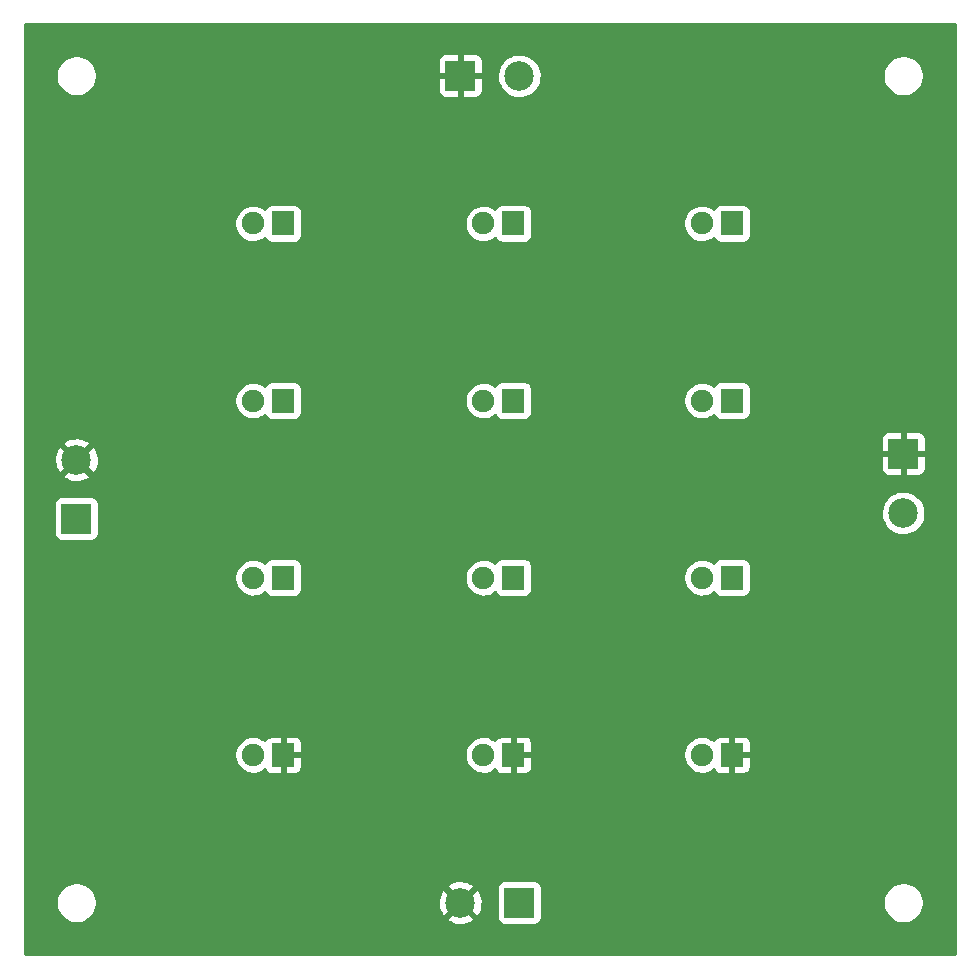
<source format=gbr>
G04 #@! TF.GenerationSoftware,KiCad,Pcbnew,6.0.0-unknown-b25ffc0~86~ubuntu16.04.1*
G04 #@! TF.CreationDate,2019-08-26T10:53:55-04:00*
G04 #@! TF.ProjectId,UV_Curing_Box,55565f43-7572-4696-9e67-5f426f782e6b,rev?*
G04 #@! TF.SameCoordinates,PX5f5e100PY68e7780*
G04 #@! TF.FileFunction,Copper,L2,Bot*
G04 #@! TF.FilePolarity,Positive*
%FSLAX46Y46*%
G04 Gerber Fmt 4.6, Leading zero omitted, Abs format (unit mm)*
G04 Created by KiCad (PCBNEW 6.0.0-unknown-b25ffc0~86~ubuntu16.04.1) date 2019-08-26 10:53:55*
%MOMM*%
%LPD*%
G04 APERTURE LIST*
%ADD10C,1.900000*%
%ADD11R,1.900000X2.000000*%
%ADD12C,2.500000*%
%ADD13R,2.500000X2.500000*%
%ADD14C,0.254000*%
G04 APERTURE END LIST*
D10*
X57960000Y17500000D03*
D11*
X60500000Y17500000D03*
D10*
X57960000Y32500000D03*
D11*
X60500000Y32500000D03*
D10*
X57960000Y47500000D03*
D11*
X60500000Y47500000D03*
D10*
X57960000Y62500000D03*
D11*
X60500000Y62500000D03*
D12*
X37500000Y5000000D03*
D13*
X42500000Y5000000D03*
D12*
X75000000Y38000000D03*
D13*
X75000000Y43000000D03*
D12*
X42500000Y75000000D03*
D13*
X37500000Y75000000D03*
D12*
X5000000Y42500000D03*
D13*
X5000000Y37500000D03*
D10*
X39460000Y17500000D03*
D11*
X42000000Y17500000D03*
D10*
X19960000Y17500000D03*
D11*
X22500000Y17500000D03*
D10*
X39460000Y32500000D03*
D11*
X42000000Y32500000D03*
D10*
X19960000Y32500000D03*
D11*
X22500000Y32500000D03*
D10*
X39460000Y47500000D03*
D11*
X42000000Y47500000D03*
D10*
X19960000Y47500000D03*
D11*
X22500000Y47500000D03*
D10*
X39460000Y62500000D03*
D11*
X42000000Y62500000D03*
D10*
X19960000Y62500000D03*
D11*
X22500000Y62500000D03*
D14*
G36*
X634000Y32408507D02*
G01*
X18373215Y32408507D01*
X18409465Y32150572D01*
X18487355Y31902021D01*
X18604796Y31669530D01*
X18758630Y31459341D01*
X18944729Y31277101D01*
X19158093Y31127701D01*
X19392993Y31015156D01*
X19643121Y30942487D01*
X19901757Y30911647D01*
X20161959Y30923462D01*
X20416737Y30977617D01*
X20659248Y31072656D01*
X20882982Y31206027D01*
X20964116Y31274591D01*
X20988795Y31182488D01*
X21136185Y31006835D01*
X21329814Y30895044D01*
X21538976Y30858163D01*
X23466588Y30858163D01*
X23767512Y30938795D01*
X23943165Y31086185D01*
X24054956Y31279814D01*
X24091837Y31488976D01*
X24091837Y32408507D01*
X37873215Y32408507D01*
X37909465Y32150572D01*
X37987355Y31902021D01*
X38104796Y31669530D01*
X38258630Y31459341D01*
X38444729Y31277101D01*
X38658093Y31127701D01*
X38892993Y31015156D01*
X39143121Y30942487D01*
X39401757Y30911647D01*
X39661959Y30923462D01*
X39916737Y30977617D01*
X40159248Y31072656D01*
X40382982Y31206027D01*
X40464116Y31274591D01*
X40488795Y31182488D01*
X40636185Y31006835D01*
X40829814Y30895044D01*
X41038976Y30858163D01*
X42966588Y30858163D01*
X43267512Y30938795D01*
X43443165Y31086185D01*
X43554956Y31279814D01*
X43591837Y31488976D01*
X43591837Y32408507D01*
X56373215Y32408507D01*
X56409465Y32150572D01*
X56487355Y31902021D01*
X56604796Y31669530D01*
X56758630Y31459341D01*
X56944729Y31277101D01*
X57158093Y31127701D01*
X57392993Y31015156D01*
X57643121Y30942487D01*
X57901757Y30911647D01*
X58161959Y30923462D01*
X58416737Y30977617D01*
X58659248Y31072656D01*
X58882982Y31206027D01*
X58964116Y31274591D01*
X58988795Y31182488D01*
X59136185Y31006835D01*
X59329814Y30895044D01*
X59538976Y30858163D01*
X61466588Y30858163D01*
X61767512Y30938795D01*
X61943165Y31086185D01*
X62054956Y31279814D01*
X62091837Y31488976D01*
X62091837Y33516588D01*
X62011205Y33817511D01*
X61863815Y33993165D01*
X61670186Y34104956D01*
X61461024Y34141837D01*
X59533412Y34141837D01*
X59232489Y34061205D01*
X59056835Y33913815D01*
X58955251Y33737866D01*
X58945090Y33747341D01*
X58728139Y33891482D01*
X58490560Y33998255D01*
X58238732Y34064790D01*
X57979418Y34089303D01*
X57719583Y34071133D01*
X57466205Y34010770D01*
X57226087Y33909833D01*
X57005680Y33771035D01*
X56810901Y33598103D01*
X56646981Y33395680D01*
X56518325Y33169203D01*
X56428386Y32924754D01*
X56379579Y32668899D01*
X56373215Y32408507D01*
X43591837Y32408507D01*
X43591837Y33516588D01*
X43511205Y33817511D01*
X43363815Y33993165D01*
X43170186Y34104956D01*
X42961024Y34141837D01*
X41033412Y34141837D01*
X40732489Y34061205D01*
X40556835Y33913815D01*
X40455251Y33737866D01*
X40445090Y33747341D01*
X40228139Y33891482D01*
X39990560Y33998255D01*
X39738732Y34064790D01*
X39479418Y34089303D01*
X39219583Y34071133D01*
X38966205Y34010770D01*
X38726087Y33909833D01*
X38505680Y33771035D01*
X38310901Y33598103D01*
X38146981Y33395680D01*
X38018325Y33169203D01*
X37928386Y32924754D01*
X37879579Y32668899D01*
X37873215Y32408507D01*
X24091837Y32408507D01*
X24091837Y33516588D01*
X24011205Y33817511D01*
X23863815Y33993165D01*
X23670186Y34104956D01*
X23461024Y34141837D01*
X21533412Y34141837D01*
X21232489Y34061205D01*
X21056835Y33913815D01*
X20955251Y33737866D01*
X20945090Y33747341D01*
X20728139Y33891482D01*
X20490560Y33998255D01*
X20238732Y34064790D01*
X19979418Y34089303D01*
X19719583Y34071133D01*
X19466205Y34010770D01*
X19226087Y33909833D01*
X19005680Y33771035D01*
X18810901Y33598103D01*
X18646981Y33395680D01*
X18518325Y33169203D01*
X18428386Y32924754D01*
X18379579Y32668899D01*
X18373215Y32408507D01*
X634000Y32408507D01*
X634000Y38761024D01*
X3108163Y38761024D01*
X3108163Y36233412D01*
X3188795Y35932488D01*
X3336185Y35756835D01*
X3529814Y35645044D01*
X3738976Y35608163D01*
X6266588Y35608163D01*
X6567512Y35688795D01*
X6743165Y35836185D01*
X6854956Y36029814D01*
X6891837Y36238976D01*
X6891837Y37911003D01*
X73112821Y37911003D01*
X73146705Y37633038D01*
X73221302Y37363134D01*
X73334975Y37107222D01*
X73485224Y36870921D01*
X73668751Y36659424D01*
X73881524Y36477379D01*
X74118866Y36328782D01*
X74375567Y36216899D01*
X74645985Y36144188D01*
X74924179Y36112245D01*
X75204041Y36121774D01*
X75479419Y36172564D01*
X75744265Y36263500D01*
X75992761Y36392582D01*
X76219448Y36556978D01*
X76419345Y36753074D01*
X76588062Y36976564D01*
X76721892Y37222535D01*
X76817896Y37485587D01*
X76874295Y37761566D01*
X76884447Y38136725D01*
X76843054Y38415350D01*
X76761418Y38683208D01*
X76641085Y38936058D01*
X76484701Y39168344D01*
X76295700Y39374964D01*
X76078235Y39551378D01*
X75837084Y39693711D01*
X75577543Y39798836D01*
X75305314Y39864444D01*
X75026378Y39889092D01*
X74746863Y39872241D01*
X74472908Y39814261D01*
X74210533Y39716423D01*
X73965502Y39580879D01*
X73743196Y39410606D01*
X73548500Y39209344D01*
X73385691Y38981515D01*
X73258346Y38732124D01*
X73169261Y38466650D01*
X73120395Y38190923D01*
X73112821Y37911003D01*
X6891837Y37911003D01*
X6891837Y38766588D01*
X6811205Y39067511D01*
X6663815Y39243165D01*
X6470186Y39354956D01*
X6261024Y39391837D01*
X3733412Y39391837D01*
X3432489Y39311205D01*
X3256835Y39163815D01*
X3145044Y38970186D01*
X3108163Y38761024D01*
X634000Y38761024D01*
X634000Y41080263D01*
X3761282Y41080263D01*
X3881522Y40977380D01*
X4118866Y40828782D01*
X4375567Y40716899D01*
X4645985Y40644188D01*
X4924179Y40612245D01*
X5204041Y40621774D01*
X5479419Y40672564D01*
X5744265Y40763500D01*
X5992761Y40892582D01*
X6244114Y41074867D01*
X5000000Y42318981D01*
X3761282Y41080263D01*
X634000Y41080263D01*
X634000Y42411003D01*
X3112821Y42411003D01*
X3146705Y42133038D01*
X3221302Y41863134D01*
X3334975Y41607222D01*
X3485227Y41370916D01*
X3580326Y41261345D01*
X4818981Y42500000D01*
X5181019Y42500000D01*
X6423045Y41257974D01*
X6588063Y41476564D01*
X6721892Y41722535D01*
X6817896Y41985587D01*
X6874295Y42261566D01*
X6884447Y42636725D01*
X6849495Y42872000D01*
X73108163Y42872000D01*
X73108163Y41733412D01*
X73188795Y41432488D01*
X73336185Y41256835D01*
X73529814Y41145044D01*
X73738976Y41108163D01*
X74872000Y41108163D01*
X74872000Y42872000D01*
X75128000Y42872000D01*
X75128000Y41108163D01*
X76266588Y41108163D01*
X76567512Y41188795D01*
X76743165Y41336185D01*
X76854956Y41529814D01*
X76891837Y41738976D01*
X76891837Y42872000D01*
X75128000Y42872000D01*
X74872000Y42872000D01*
X73108163Y42872000D01*
X6849495Y42872000D01*
X6843054Y42915350D01*
X6761418Y43183208D01*
X6641085Y43436058D01*
X6430247Y43749228D01*
X5181019Y42500000D01*
X4818981Y42500000D01*
X3573981Y43745000D01*
X3385691Y43481515D01*
X3258346Y43232124D01*
X3169261Y42966650D01*
X3120395Y42690923D01*
X3112821Y42411003D01*
X634000Y42411003D01*
X634000Y43922411D01*
X3758608Y43922411D01*
X5000000Y42681019D01*
X6239521Y43920540D01*
X6078235Y44051378D01*
X5837084Y44193711D01*
X5670897Y44261024D01*
X73108163Y44261024D01*
X73108163Y43128000D01*
X74872000Y43128000D01*
X74872000Y44891837D01*
X75128000Y44891837D01*
X75128000Y43128000D01*
X76891837Y43128000D01*
X76891837Y44266588D01*
X76811205Y44567511D01*
X76663815Y44743165D01*
X76470186Y44854956D01*
X76261024Y44891837D01*
X75128000Y44891837D01*
X74872000Y44891837D01*
X73733412Y44891837D01*
X73432489Y44811205D01*
X73256835Y44663815D01*
X73145044Y44470186D01*
X73108163Y44261024D01*
X5670897Y44261024D01*
X5577543Y44298836D01*
X5305314Y44364444D01*
X5026378Y44389092D01*
X4746863Y44372241D01*
X4472908Y44314261D01*
X4210533Y44216423D01*
X3965502Y44080879D01*
X3758608Y43922411D01*
X634000Y43922411D01*
X634000Y47408507D01*
X18373215Y47408507D01*
X18409465Y47150572D01*
X18487355Y46902021D01*
X18604796Y46669530D01*
X18758630Y46459341D01*
X18944729Y46277101D01*
X19158093Y46127701D01*
X19392993Y46015156D01*
X19643121Y45942487D01*
X19901757Y45911647D01*
X20161959Y45923462D01*
X20416737Y45977617D01*
X20659248Y46072656D01*
X20882982Y46206027D01*
X20964116Y46274591D01*
X20988795Y46182488D01*
X21136185Y46006835D01*
X21329814Y45895044D01*
X21538976Y45858163D01*
X23466588Y45858163D01*
X23767512Y45938795D01*
X23943165Y46086185D01*
X24054956Y46279814D01*
X24091837Y46488976D01*
X24091837Y47408507D01*
X37873215Y47408507D01*
X37909465Y47150572D01*
X37987355Y46902021D01*
X38104796Y46669530D01*
X38258630Y46459341D01*
X38444729Y46277101D01*
X38658093Y46127701D01*
X38892993Y46015156D01*
X39143121Y45942487D01*
X39401757Y45911647D01*
X39661959Y45923462D01*
X39916737Y45977617D01*
X40159248Y46072656D01*
X40382982Y46206027D01*
X40464116Y46274591D01*
X40488795Y46182488D01*
X40636185Y46006835D01*
X40829814Y45895044D01*
X41038976Y45858163D01*
X42966588Y45858163D01*
X43267512Y45938795D01*
X43443165Y46086185D01*
X43554956Y46279814D01*
X43591837Y46488976D01*
X43591837Y47408507D01*
X56373215Y47408507D01*
X56409465Y47150572D01*
X56487355Y46902021D01*
X56604796Y46669530D01*
X56758630Y46459341D01*
X56944729Y46277101D01*
X57158093Y46127701D01*
X57392993Y46015156D01*
X57643121Y45942487D01*
X57901757Y45911647D01*
X58161959Y45923462D01*
X58416737Y45977617D01*
X58659248Y46072656D01*
X58882982Y46206027D01*
X58964116Y46274591D01*
X58988795Y46182488D01*
X59136185Y46006835D01*
X59329814Y45895044D01*
X59538976Y45858163D01*
X61466588Y45858163D01*
X61767512Y45938795D01*
X61943165Y46086185D01*
X62054956Y46279814D01*
X62091837Y46488976D01*
X62091837Y48516588D01*
X62011205Y48817511D01*
X61863815Y48993165D01*
X61670186Y49104956D01*
X61461024Y49141837D01*
X59533412Y49141837D01*
X59232489Y49061205D01*
X59056835Y48913815D01*
X58955251Y48737866D01*
X58945090Y48747341D01*
X58728139Y48891482D01*
X58490560Y48998255D01*
X58238732Y49064790D01*
X57979418Y49089303D01*
X57719583Y49071133D01*
X57466205Y49010770D01*
X57226087Y48909833D01*
X57005680Y48771035D01*
X56810901Y48598103D01*
X56646981Y48395680D01*
X56518325Y48169203D01*
X56428386Y47924754D01*
X56379579Y47668899D01*
X56373215Y47408507D01*
X43591837Y47408507D01*
X43591837Y48516588D01*
X43511205Y48817511D01*
X43363815Y48993165D01*
X43170186Y49104956D01*
X42961024Y49141837D01*
X41033412Y49141837D01*
X40732489Y49061205D01*
X40556835Y48913815D01*
X40455251Y48737866D01*
X40445090Y48747341D01*
X40228139Y48891482D01*
X39990560Y48998255D01*
X39738732Y49064790D01*
X39479418Y49089303D01*
X39219583Y49071133D01*
X38966205Y49010770D01*
X38726087Y48909833D01*
X38505680Y48771035D01*
X38310901Y48598103D01*
X38146981Y48395680D01*
X38018325Y48169203D01*
X37928386Y47924754D01*
X37879579Y47668899D01*
X37873215Y47408507D01*
X24091837Y47408507D01*
X24091837Y48516588D01*
X24011205Y48817511D01*
X23863815Y48993165D01*
X23670186Y49104956D01*
X23461024Y49141837D01*
X21533412Y49141837D01*
X21232489Y49061205D01*
X21056835Y48913815D01*
X20955251Y48737866D01*
X20945090Y48747341D01*
X20728139Y48891482D01*
X20490560Y48998255D01*
X20238732Y49064790D01*
X19979418Y49089303D01*
X19719583Y49071133D01*
X19466205Y49010770D01*
X19226087Y48909833D01*
X19005680Y48771035D01*
X18810901Y48598103D01*
X18646981Y48395680D01*
X18518325Y48169203D01*
X18428386Y47924754D01*
X18379579Y47668899D01*
X18373215Y47408507D01*
X634000Y47408507D01*
X634000Y62408507D01*
X18373215Y62408507D01*
X18409465Y62150572D01*
X18487355Y61902021D01*
X18604796Y61669530D01*
X18758630Y61459341D01*
X18944729Y61277101D01*
X19158093Y61127701D01*
X19392993Y61015156D01*
X19643121Y60942487D01*
X19901757Y60911647D01*
X20161959Y60923462D01*
X20416737Y60977617D01*
X20659248Y61072656D01*
X20882982Y61206027D01*
X20964116Y61274591D01*
X20988795Y61182488D01*
X21136185Y61006835D01*
X21329814Y60895044D01*
X21538976Y60858163D01*
X23466588Y60858163D01*
X23767512Y60938795D01*
X23943165Y61086185D01*
X24054956Y61279814D01*
X24091837Y61488976D01*
X24091837Y62408507D01*
X37873215Y62408507D01*
X37909465Y62150572D01*
X37987355Y61902021D01*
X38104796Y61669530D01*
X38258630Y61459341D01*
X38444729Y61277101D01*
X38658093Y61127701D01*
X38892993Y61015156D01*
X39143121Y60942487D01*
X39401757Y60911647D01*
X39661959Y60923462D01*
X39916737Y60977617D01*
X40159248Y61072656D01*
X40382982Y61206027D01*
X40464116Y61274591D01*
X40488795Y61182488D01*
X40636185Y61006835D01*
X40829814Y60895044D01*
X41038976Y60858163D01*
X42966588Y60858163D01*
X43267512Y60938795D01*
X43443165Y61086185D01*
X43554956Y61279814D01*
X43591837Y61488976D01*
X43591837Y62408507D01*
X56373215Y62408507D01*
X56409465Y62150572D01*
X56487355Y61902021D01*
X56604796Y61669530D01*
X56758630Y61459341D01*
X56944729Y61277101D01*
X57158093Y61127701D01*
X57392993Y61015156D01*
X57643121Y60942487D01*
X57901757Y60911647D01*
X58161959Y60923462D01*
X58416737Y60977617D01*
X58659248Y61072656D01*
X58882982Y61206027D01*
X58964116Y61274591D01*
X58988795Y61182488D01*
X59136185Y61006835D01*
X59329814Y60895044D01*
X59538976Y60858163D01*
X61466588Y60858163D01*
X61767512Y60938795D01*
X61943165Y61086185D01*
X62054956Y61279814D01*
X62091837Y61488976D01*
X62091837Y63516588D01*
X62011205Y63817511D01*
X61863815Y63993165D01*
X61670186Y64104956D01*
X61461024Y64141837D01*
X59533412Y64141837D01*
X59232489Y64061205D01*
X59056835Y63913815D01*
X58955251Y63737866D01*
X58945090Y63747341D01*
X58728139Y63891482D01*
X58490560Y63998255D01*
X58238732Y64064790D01*
X57979418Y64089303D01*
X57719583Y64071133D01*
X57466205Y64010770D01*
X57226087Y63909833D01*
X57005680Y63771035D01*
X56810901Y63598103D01*
X56646981Y63395680D01*
X56518325Y63169203D01*
X56428386Y62924754D01*
X56379579Y62668899D01*
X56373215Y62408507D01*
X43591837Y62408507D01*
X43591837Y63516588D01*
X43511205Y63817511D01*
X43363815Y63993165D01*
X43170186Y64104956D01*
X42961024Y64141837D01*
X41033412Y64141837D01*
X40732489Y64061205D01*
X40556835Y63913815D01*
X40455251Y63737866D01*
X40445090Y63747341D01*
X40228139Y63891482D01*
X39990560Y63998255D01*
X39738732Y64064790D01*
X39479418Y64089303D01*
X39219583Y64071133D01*
X38966205Y64010770D01*
X38726087Y63909833D01*
X38505680Y63771035D01*
X38310901Y63598103D01*
X38146981Y63395680D01*
X38018325Y63169203D01*
X37928386Y62924754D01*
X37879579Y62668899D01*
X37873215Y62408507D01*
X24091837Y62408507D01*
X24091837Y63516588D01*
X24011205Y63817511D01*
X23863815Y63993165D01*
X23670186Y64104956D01*
X23461024Y64141837D01*
X21533412Y64141837D01*
X21232489Y64061205D01*
X21056835Y63913815D01*
X20955251Y63737866D01*
X20945090Y63747341D01*
X20728139Y63891482D01*
X20490560Y63998255D01*
X20238732Y64064790D01*
X19979418Y64089303D01*
X19719583Y64071133D01*
X19466205Y64010770D01*
X19226087Y63909833D01*
X19005680Y63771035D01*
X18810901Y63598103D01*
X18646981Y63395680D01*
X18518325Y63169203D01*
X18428386Y62924754D01*
X18379579Y62668899D01*
X18373215Y62408507D01*
X634000Y62408507D01*
X634000Y75136469D01*
X3266000Y75136469D01*
X3266000Y74863531D01*
X3308698Y74593954D01*
X3393039Y74334375D01*
X3516950Y74091186D01*
X3677379Y73870375D01*
X3870375Y73677379D01*
X4091186Y73516950D01*
X4334375Y73393039D01*
X4593954Y73308698D01*
X4863531Y73266000D01*
X5136469Y73266000D01*
X5406046Y73308698D01*
X5665625Y73393039D01*
X5908814Y73516950D01*
X6129625Y73677379D01*
X6322621Y73870375D01*
X6483050Y74091186D01*
X6606961Y74334375D01*
X6691302Y74593954D01*
X6734000Y74863531D01*
X6734000Y74872000D01*
X35608163Y74872000D01*
X35608163Y73733412D01*
X35688795Y73432488D01*
X35836185Y73256835D01*
X36029814Y73145044D01*
X36238976Y73108163D01*
X37372000Y73108163D01*
X37372000Y74872000D01*
X37628000Y74872000D01*
X37628000Y73108163D01*
X38766588Y73108163D01*
X39067512Y73188795D01*
X39243165Y73336185D01*
X39354956Y73529814D01*
X39391837Y73738976D01*
X39391837Y74872000D01*
X37628000Y74872000D01*
X37372000Y74872000D01*
X35608163Y74872000D01*
X6734000Y74872000D01*
X6734000Y74911003D01*
X40612821Y74911003D01*
X40646705Y74633038D01*
X40721302Y74363134D01*
X40834975Y74107222D01*
X40985224Y73870921D01*
X41168751Y73659424D01*
X41381524Y73477379D01*
X41618866Y73328782D01*
X41875567Y73216899D01*
X42145985Y73144188D01*
X42424179Y73112245D01*
X42704041Y73121774D01*
X42979419Y73172564D01*
X43244265Y73263500D01*
X43492761Y73392582D01*
X43719448Y73556978D01*
X43919345Y73753074D01*
X44088062Y73976564D01*
X44221892Y74222535D01*
X44317896Y74485587D01*
X44374295Y74761566D01*
X44384440Y75136469D01*
X73266000Y75136469D01*
X73266000Y74863531D01*
X73308698Y74593954D01*
X73393039Y74334375D01*
X73516950Y74091186D01*
X73677379Y73870375D01*
X73870375Y73677379D01*
X74091186Y73516950D01*
X74334375Y73393039D01*
X74593954Y73308698D01*
X74863531Y73266000D01*
X75136469Y73266000D01*
X75406046Y73308698D01*
X75665625Y73393039D01*
X75908814Y73516950D01*
X76129625Y73677379D01*
X76322621Y73870375D01*
X76483050Y74091186D01*
X76606961Y74334375D01*
X76691302Y74593954D01*
X76734000Y74863531D01*
X76734000Y75136469D01*
X76691302Y75406046D01*
X76606961Y75665625D01*
X76483050Y75908814D01*
X76322621Y76129625D01*
X76129625Y76322621D01*
X75908814Y76483050D01*
X75665625Y76606961D01*
X75406046Y76691302D01*
X75136469Y76734000D01*
X74863531Y76734000D01*
X74593954Y76691302D01*
X74334375Y76606961D01*
X74091186Y76483050D01*
X73870375Y76322621D01*
X73677379Y76129625D01*
X73516950Y75908814D01*
X73393039Y75665625D01*
X73308698Y75406046D01*
X73266000Y75136469D01*
X44384440Y75136469D01*
X44384447Y75136725D01*
X44343054Y75415350D01*
X44261418Y75683208D01*
X44141085Y75936058D01*
X43984701Y76168344D01*
X43795700Y76374964D01*
X43578235Y76551378D01*
X43337084Y76693711D01*
X43077543Y76798836D01*
X42805314Y76864444D01*
X42526378Y76889092D01*
X42246863Y76872241D01*
X41972908Y76814261D01*
X41710533Y76716423D01*
X41465502Y76580879D01*
X41243196Y76410606D01*
X41048500Y76209344D01*
X40885691Y75981515D01*
X40758346Y75732124D01*
X40669261Y75466650D01*
X40620395Y75190923D01*
X40612821Y74911003D01*
X6734000Y74911003D01*
X6734000Y75136469D01*
X6691302Y75406046D01*
X6606961Y75665625D01*
X6483050Y75908814D01*
X6322621Y76129625D01*
X6191222Y76261024D01*
X35608163Y76261024D01*
X35608163Y75128000D01*
X37372000Y75128000D01*
X37372000Y76891837D01*
X37628000Y76891837D01*
X37628000Y75128000D01*
X39391837Y75128000D01*
X39391837Y76266588D01*
X39311205Y76567511D01*
X39163815Y76743165D01*
X38970186Y76854956D01*
X38761024Y76891837D01*
X37628000Y76891837D01*
X37372000Y76891837D01*
X36233412Y76891837D01*
X35932489Y76811205D01*
X35756835Y76663815D01*
X35645044Y76470186D01*
X35608163Y76261024D01*
X6191222Y76261024D01*
X6129625Y76322621D01*
X5908814Y76483050D01*
X5665625Y76606961D01*
X5406046Y76691302D01*
X5136469Y76734000D01*
X4863531Y76734000D01*
X4593954Y76691302D01*
X4334375Y76606961D01*
X4091186Y76483050D01*
X3870375Y76322621D01*
X3677379Y76129625D01*
X3516950Y75908814D01*
X3393039Y75665625D01*
X3308698Y75406046D01*
X3266000Y75136469D01*
X634000Y75136469D01*
X634000Y79366000D01*
X79366001Y79366000D01*
X79366000Y634000D01*
X634000Y634000D01*
X634000Y5136469D01*
X3266000Y5136469D01*
X3266000Y4863531D01*
X3308698Y4593954D01*
X3393039Y4334375D01*
X3516950Y4091186D01*
X3677379Y3870375D01*
X3870375Y3677379D01*
X4091186Y3516950D01*
X4334375Y3393039D01*
X4593954Y3308698D01*
X4863531Y3266000D01*
X5136469Y3266000D01*
X5406046Y3308698D01*
X5665625Y3393039D01*
X5908814Y3516950D01*
X5995956Y3580263D01*
X36261282Y3580263D01*
X36381522Y3477380D01*
X36618866Y3328782D01*
X36875567Y3216899D01*
X37145985Y3144188D01*
X37424179Y3112245D01*
X37704041Y3121774D01*
X37979419Y3172564D01*
X38244265Y3263500D01*
X38492761Y3392582D01*
X38744114Y3574867D01*
X37500000Y4818981D01*
X36261282Y3580263D01*
X5995956Y3580263D01*
X6129625Y3677379D01*
X6322621Y3870375D01*
X6483050Y4091186D01*
X6606961Y4334375D01*
X6691302Y4593954D01*
X6734000Y4863531D01*
X6734000Y4911003D01*
X35612821Y4911003D01*
X35646705Y4633038D01*
X35721302Y4363134D01*
X35834975Y4107222D01*
X35985227Y3870916D01*
X36080326Y3761345D01*
X37318981Y5000000D01*
X37681019Y5000000D01*
X38923045Y3757974D01*
X39088063Y3976564D01*
X39221892Y4222535D01*
X39317896Y4485587D01*
X39374295Y4761566D01*
X39384447Y5136725D01*
X39343054Y5415350D01*
X39261418Y5683208D01*
X39141085Y5936058D01*
X38930247Y6249228D01*
X37681019Y5000000D01*
X37318981Y5000000D01*
X36073981Y6245000D01*
X35885691Y5981515D01*
X35758346Y5732124D01*
X35669261Y5466650D01*
X35620395Y5190923D01*
X35612821Y4911003D01*
X6734000Y4911003D01*
X6734000Y5136469D01*
X6691302Y5406046D01*
X6606961Y5665625D01*
X6483050Y5908814D01*
X6322621Y6129625D01*
X6129625Y6322621D01*
X5992277Y6422411D01*
X36258608Y6422411D01*
X37500000Y5181019D01*
X38580005Y6261024D01*
X40608163Y6261024D01*
X40608163Y3733412D01*
X40688795Y3432488D01*
X40836185Y3256835D01*
X41029814Y3145044D01*
X41238976Y3108163D01*
X43766588Y3108163D01*
X44067512Y3188795D01*
X44243165Y3336185D01*
X44354956Y3529814D01*
X44391837Y3738976D01*
X44391837Y5136469D01*
X73266000Y5136469D01*
X73266000Y4863531D01*
X73308698Y4593954D01*
X73393039Y4334375D01*
X73516950Y4091186D01*
X73677379Y3870375D01*
X73870375Y3677379D01*
X74091186Y3516950D01*
X74334375Y3393039D01*
X74593954Y3308698D01*
X74863531Y3266000D01*
X75136469Y3266000D01*
X75406046Y3308698D01*
X75665625Y3393039D01*
X75908814Y3516950D01*
X76129625Y3677379D01*
X76322621Y3870375D01*
X76483050Y4091186D01*
X76606961Y4334375D01*
X76691302Y4593954D01*
X76734000Y4863531D01*
X76734000Y5136469D01*
X76691302Y5406046D01*
X76606961Y5665625D01*
X76483050Y5908814D01*
X76322621Y6129625D01*
X76129625Y6322621D01*
X75908814Y6483050D01*
X75665625Y6606961D01*
X75406046Y6691302D01*
X75136469Y6734000D01*
X74863531Y6734000D01*
X74593954Y6691302D01*
X74334375Y6606961D01*
X74091186Y6483050D01*
X73870375Y6322621D01*
X73677379Y6129625D01*
X73516950Y5908814D01*
X73393039Y5665625D01*
X73308698Y5406046D01*
X73266000Y5136469D01*
X44391837Y5136469D01*
X44391837Y6266588D01*
X44311205Y6567511D01*
X44163815Y6743165D01*
X43970186Y6854956D01*
X43761024Y6891837D01*
X41233412Y6891837D01*
X40932489Y6811205D01*
X40756835Y6663815D01*
X40645044Y6470186D01*
X40608163Y6261024D01*
X38580005Y6261024D01*
X38739521Y6420540D01*
X38578235Y6551378D01*
X38337084Y6693711D01*
X38077543Y6798836D01*
X37805314Y6864444D01*
X37526378Y6889092D01*
X37246863Y6872241D01*
X36972908Y6814261D01*
X36710533Y6716423D01*
X36465502Y6580879D01*
X36258608Y6422411D01*
X5992277Y6422411D01*
X5908814Y6483050D01*
X5665625Y6606961D01*
X5406046Y6691302D01*
X5136469Y6734000D01*
X4863531Y6734000D01*
X4593954Y6691302D01*
X4334375Y6606961D01*
X4091186Y6483050D01*
X3870375Y6322621D01*
X3677379Y6129625D01*
X3516950Y5908814D01*
X3393039Y5665625D01*
X3308698Y5406046D01*
X3266000Y5136469D01*
X634000Y5136469D01*
X634000Y17408507D01*
X18373215Y17408507D01*
X18409465Y17150572D01*
X18487355Y16902021D01*
X18604796Y16669530D01*
X18758630Y16459341D01*
X18944729Y16277101D01*
X19158093Y16127701D01*
X19392993Y16015156D01*
X19643121Y15942487D01*
X19901757Y15911647D01*
X20161959Y15923462D01*
X20416737Y15977617D01*
X20659248Y16072656D01*
X20882982Y16206027D01*
X20964116Y16274591D01*
X20988795Y16182488D01*
X21136185Y16006835D01*
X21329814Y15895044D01*
X21538976Y15858163D01*
X22372000Y15858163D01*
X22372000Y17372000D01*
X22628000Y17372000D01*
X22628000Y15858163D01*
X23466588Y15858163D01*
X23767512Y15938795D01*
X23943165Y16086185D01*
X24054956Y16279814D01*
X24091837Y16488976D01*
X24091837Y17372000D01*
X22628000Y17372000D01*
X22372000Y17372000D01*
X22372000Y17408507D01*
X37873215Y17408507D01*
X37909465Y17150572D01*
X37987355Y16902021D01*
X38104796Y16669530D01*
X38258630Y16459341D01*
X38444729Y16277101D01*
X38658093Y16127701D01*
X38892993Y16015156D01*
X39143121Y15942487D01*
X39401757Y15911647D01*
X39661959Y15923462D01*
X39916737Y15977617D01*
X40159248Y16072656D01*
X40382982Y16206027D01*
X40464116Y16274591D01*
X40488795Y16182488D01*
X40636185Y16006835D01*
X40829814Y15895044D01*
X41038976Y15858163D01*
X41872000Y15858163D01*
X41872000Y17372000D01*
X42128000Y17372000D01*
X42128000Y15858163D01*
X42966588Y15858163D01*
X43267512Y15938795D01*
X43443165Y16086185D01*
X43554956Y16279814D01*
X43591837Y16488976D01*
X43591837Y17372000D01*
X42128000Y17372000D01*
X41872000Y17372000D01*
X41872000Y17408507D01*
X56373215Y17408507D01*
X56409465Y17150572D01*
X56487355Y16902021D01*
X56604796Y16669530D01*
X56758630Y16459341D01*
X56944729Y16277101D01*
X57158093Y16127701D01*
X57392993Y16015156D01*
X57643121Y15942487D01*
X57901757Y15911647D01*
X58161959Y15923462D01*
X58416737Y15977617D01*
X58659248Y16072656D01*
X58882982Y16206027D01*
X58964116Y16274591D01*
X58988795Y16182488D01*
X59136185Y16006835D01*
X59329814Y15895044D01*
X59538976Y15858163D01*
X60372000Y15858163D01*
X60372000Y17372000D01*
X60628000Y17372000D01*
X60628000Y15858163D01*
X61466588Y15858163D01*
X61767512Y15938795D01*
X61943165Y16086185D01*
X62054956Y16279814D01*
X62091837Y16488976D01*
X62091837Y17372000D01*
X60628000Y17372000D01*
X60372000Y17372000D01*
X60372000Y19141837D01*
X60628000Y19141837D01*
X60628000Y17628000D01*
X62091837Y17628000D01*
X62091837Y18516588D01*
X62011205Y18817511D01*
X61863815Y18993165D01*
X61670186Y19104956D01*
X61461024Y19141837D01*
X60628000Y19141837D01*
X60372000Y19141837D01*
X59533412Y19141837D01*
X59232489Y19061205D01*
X59056835Y18913815D01*
X58955251Y18737866D01*
X58945090Y18747341D01*
X58728139Y18891482D01*
X58490560Y18998255D01*
X58238732Y19064790D01*
X57979418Y19089303D01*
X57719583Y19071133D01*
X57466205Y19010770D01*
X57226087Y18909833D01*
X57005680Y18771035D01*
X56810901Y18598103D01*
X56646981Y18395680D01*
X56518325Y18169203D01*
X56428386Y17924754D01*
X56379579Y17668899D01*
X56373215Y17408507D01*
X41872000Y17408507D01*
X41872000Y19141837D01*
X42128000Y19141837D01*
X42128000Y17628000D01*
X43591837Y17628000D01*
X43591837Y18516588D01*
X43511205Y18817511D01*
X43363815Y18993165D01*
X43170186Y19104956D01*
X42961024Y19141837D01*
X42128000Y19141837D01*
X41872000Y19141837D01*
X41033412Y19141837D01*
X40732489Y19061205D01*
X40556835Y18913815D01*
X40455251Y18737866D01*
X40445090Y18747341D01*
X40228139Y18891482D01*
X39990560Y18998255D01*
X39738732Y19064790D01*
X39479418Y19089303D01*
X39219583Y19071133D01*
X38966205Y19010770D01*
X38726087Y18909833D01*
X38505680Y18771035D01*
X38310901Y18598103D01*
X38146981Y18395680D01*
X38018325Y18169203D01*
X37928386Y17924754D01*
X37879579Y17668899D01*
X37873215Y17408507D01*
X22372000Y17408507D01*
X22372000Y19141837D01*
X22628000Y19141837D01*
X22628000Y17628000D01*
X24091837Y17628000D01*
X24091837Y18516588D01*
X24011205Y18817511D01*
X23863815Y18993165D01*
X23670186Y19104956D01*
X23461024Y19141837D01*
X22628000Y19141837D01*
X22372000Y19141837D01*
X21533412Y19141837D01*
X21232489Y19061205D01*
X21056835Y18913815D01*
X20955251Y18737866D01*
X20945090Y18747341D01*
X20728139Y18891482D01*
X20490560Y18998255D01*
X20238732Y19064790D01*
X19979418Y19089303D01*
X19719583Y19071133D01*
X19466205Y19010770D01*
X19226087Y18909833D01*
X19005680Y18771035D01*
X18810901Y18598103D01*
X18646981Y18395680D01*
X18518325Y18169203D01*
X18428386Y17924754D01*
X18379579Y17668899D01*
X18373215Y17408507D01*
X634000Y17408507D01*
X634000Y32408507D01*
X634000Y32408507D01*
G37*
X634000Y32408507D02*
X18373215Y32408507D01*
X18409465Y32150572D01*
X18487355Y31902021D01*
X18604796Y31669530D01*
X18758630Y31459341D01*
X18944729Y31277101D01*
X19158093Y31127701D01*
X19392993Y31015156D01*
X19643121Y30942487D01*
X19901757Y30911647D01*
X20161959Y30923462D01*
X20416737Y30977617D01*
X20659248Y31072656D01*
X20882982Y31206027D01*
X20964116Y31274591D01*
X20988795Y31182488D01*
X21136185Y31006835D01*
X21329814Y30895044D01*
X21538976Y30858163D01*
X23466588Y30858163D01*
X23767512Y30938795D01*
X23943165Y31086185D01*
X24054956Y31279814D01*
X24091837Y31488976D01*
X24091837Y32408507D01*
X37873215Y32408507D01*
X37909465Y32150572D01*
X37987355Y31902021D01*
X38104796Y31669530D01*
X38258630Y31459341D01*
X38444729Y31277101D01*
X38658093Y31127701D01*
X38892993Y31015156D01*
X39143121Y30942487D01*
X39401757Y30911647D01*
X39661959Y30923462D01*
X39916737Y30977617D01*
X40159248Y31072656D01*
X40382982Y31206027D01*
X40464116Y31274591D01*
X40488795Y31182488D01*
X40636185Y31006835D01*
X40829814Y30895044D01*
X41038976Y30858163D01*
X42966588Y30858163D01*
X43267512Y30938795D01*
X43443165Y31086185D01*
X43554956Y31279814D01*
X43591837Y31488976D01*
X43591837Y32408507D01*
X56373215Y32408507D01*
X56409465Y32150572D01*
X56487355Y31902021D01*
X56604796Y31669530D01*
X56758630Y31459341D01*
X56944729Y31277101D01*
X57158093Y31127701D01*
X57392993Y31015156D01*
X57643121Y30942487D01*
X57901757Y30911647D01*
X58161959Y30923462D01*
X58416737Y30977617D01*
X58659248Y31072656D01*
X58882982Y31206027D01*
X58964116Y31274591D01*
X58988795Y31182488D01*
X59136185Y31006835D01*
X59329814Y30895044D01*
X59538976Y30858163D01*
X61466588Y30858163D01*
X61767512Y30938795D01*
X61943165Y31086185D01*
X62054956Y31279814D01*
X62091837Y31488976D01*
X62091837Y33516588D01*
X62011205Y33817511D01*
X61863815Y33993165D01*
X61670186Y34104956D01*
X61461024Y34141837D01*
X59533412Y34141837D01*
X59232489Y34061205D01*
X59056835Y33913815D01*
X58955251Y33737866D01*
X58945090Y33747341D01*
X58728139Y33891482D01*
X58490560Y33998255D01*
X58238732Y34064790D01*
X57979418Y34089303D01*
X57719583Y34071133D01*
X57466205Y34010770D01*
X57226087Y33909833D01*
X57005680Y33771035D01*
X56810901Y33598103D01*
X56646981Y33395680D01*
X56518325Y33169203D01*
X56428386Y32924754D01*
X56379579Y32668899D01*
X56373215Y32408507D01*
X43591837Y32408507D01*
X43591837Y33516588D01*
X43511205Y33817511D01*
X43363815Y33993165D01*
X43170186Y34104956D01*
X42961024Y34141837D01*
X41033412Y34141837D01*
X40732489Y34061205D01*
X40556835Y33913815D01*
X40455251Y33737866D01*
X40445090Y33747341D01*
X40228139Y33891482D01*
X39990560Y33998255D01*
X39738732Y34064790D01*
X39479418Y34089303D01*
X39219583Y34071133D01*
X38966205Y34010770D01*
X38726087Y33909833D01*
X38505680Y33771035D01*
X38310901Y33598103D01*
X38146981Y33395680D01*
X38018325Y33169203D01*
X37928386Y32924754D01*
X37879579Y32668899D01*
X37873215Y32408507D01*
X24091837Y32408507D01*
X24091837Y33516588D01*
X24011205Y33817511D01*
X23863815Y33993165D01*
X23670186Y34104956D01*
X23461024Y34141837D01*
X21533412Y34141837D01*
X21232489Y34061205D01*
X21056835Y33913815D01*
X20955251Y33737866D01*
X20945090Y33747341D01*
X20728139Y33891482D01*
X20490560Y33998255D01*
X20238732Y34064790D01*
X19979418Y34089303D01*
X19719583Y34071133D01*
X19466205Y34010770D01*
X19226087Y33909833D01*
X19005680Y33771035D01*
X18810901Y33598103D01*
X18646981Y33395680D01*
X18518325Y33169203D01*
X18428386Y32924754D01*
X18379579Y32668899D01*
X18373215Y32408507D01*
X634000Y32408507D01*
X634000Y38761024D01*
X3108163Y38761024D01*
X3108163Y36233412D01*
X3188795Y35932488D01*
X3336185Y35756835D01*
X3529814Y35645044D01*
X3738976Y35608163D01*
X6266588Y35608163D01*
X6567512Y35688795D01*
X6743165Y35836185D01*
X6854956Y36029814D01*
X6891837Y36238976D01*
X6891837Y37911003D01*
X73112821Y37911003D01*
X73146705Y37633038D01*
X73221302Y37363134D01*
X73334975Y37107222D01*
X73485224Y36870921D01*
X73668751Y36659424D01*
X73881524Y36477379D01*
X74118866Y36328782D01*
X74375567Y36216899D01*
X74645985Y36144188D01*
X74924179Y36112245D01*
X75204041Y36121774D01*
X75479419Y36172564D01*
X75744265Y36263500D01*
X75992761Y36392582D01*
X76219448Y36556978D01*
X76419345Y36753074D01*
X76588062Y36976564D01*
X76721892Y37222535D01*
X76817896Y37485587D01*
X76874295Y37761566D01*
X76884447Y38136725D01*
X76843054Y38415350D01*
X76761418Y38683208D01*
X76641085Y38936058D01*
X76484701Y39168344D01*
X76295700Y39374964D01*
X76078235Y39551378D01*
X75837084Y39693711D01*
X75577543Y39798836D01*
X75305314Y39864444D01*
X75026378Y39889092D01*
X74746863Y39872241D01*
X74472908Y39814261D01*
X74210533Y39716423D01*
X73965502Y39580879D01*
X73743196Y39410606D01*
X73548500Y39209344D01*
X73385691Y38981515D01*
X73258346Y38732124D01*
X73169261Y38466650D01*
X73120395Y38190923D01*
X73112821Y37911003D01*
X6891837Y37911003D01*
X6891837Y38766588D01*
X6811205Y39067511D01*
X6663815Y39243165D01*
X6470186Y39354956D01*
X6261024Y39391837D01*
X3733412Y39391837D01*
X3432489Y39311205D01*
X3256835Y39163815D01*
X3145044Y38970186D01*
X3108163Y38761024D01*
X634000Y38761024D01*
X634000Y41080263D01*
X3761282Y41080263D01*
X3881522Y40977380D01*
X4118866Y40828782D01*
X4375567Y40716899D01*
X4645985Y40644188D01*
X4924179Y40612245D01*
X5204041Y40621774D01*
X5479419Y40672564D01*
X5744265Y40763500D01*
X5992761Y40892582D01*
X6244114Y41074867D01*
X5000000Y42318981D01*
X3761282Y41080263D01*
X634000Y41080263D01*
X634000Y42411003D01*
X3112821Y42411003D01*
X3146705Y42133038D01*
X3221302Y41863134D01*
X3334975Y41607222D01*
X3485227Y41370916D01*
X3580326Y41261345D01*
X4818981Y42500000D01*
X5181019Y42500000D01*
X6423045Y41257974D01*
X6588063Y41476564D01*
X6721892Y41722535D01*
X6817896Y41985587D01*
X6874295Y42261566D01*
X6884447Y42636725D01*
X6849495Y42872000D01*
X73108163Y42872000D01*
X73108163Y41733412D01*
X73188795Y41432488D01*
X73336185Y41256835D01*
X73529814Y41145044D01*
X73738976Y41108163D01*
X74872000Y41108163D01*
X74872000Y42872000D01*
X75128000Y42872000D01*
X75128000Y41108163D01*
X76266588Y41108163D01*
X76567512Y41188795D01*
X76743165Y41336185D01*
X76854956Y41529814D01*
X76891837Y41738976D01*
X76891837Y42872000D01*
X75128000Y42872000D01*
X74872000Y42872000D01*
X73108163Y42872000D01*
X6849495Y42872000D01*
X6843054Y42915350D01*
X6761418Y43183208D01*
X6641085Y43436058D01*
X6430247Y43749228D01*
X5181019Y42500000D01*
X4818981Y42500000D01*
X3573981Y43745000D01*
X3385691Y43481515D01*
X3258346Y43232124D01*
X3169261Y42966650D01*
X3120395Y42690923D01*
X3112821Y42411003D01*
X634000Y42411003D01*
X634000Y43922411D01*
X3758608Y43922411D01*
X5000000Y42681019D01*
X6239521Y43920540D01*
X6078235Y44051378D01*
X5837084Y44193711D01*
X5670897Y44261024D01*
X73108163Y44261024D01*
X73108163Y43128000D01*
X74872000Y43128000D01*
X74872000Y44891837D01*
X75128000Y44891837D01*
X75128000Y43128000D01*
X76891837Y43128000D01*
X76891837Y44266588D01*
X76811205Y44567511D01*
X76663815Y44743165D01*
X76470186Y44854956D01*
X76261024Y44891837D01*
X75128000Y44891837D01*
X74872000Y44891837D01*
X73733412Y44891837D01*
X73432489Y44811205D01*
X73256835Y44663815D01*
X73145044Y44470186D01*
X73108163Y44261024D01*
X5670897Y44261024D01*
X5577543Y44298836D01*
X5305314Y44364444D01*
X5026378Y44389092D01*
X4746863Y44372241D01*
X4472908Y44314261D01*
X4210533Y44216423D01*
X3965502Y44080879D01*
X3758608Y43922411D01*
X634000Y43922411D01*
X634000Y47408507D01*
X18373215Y47408507D01*
X18409465Y47150572D01*
X18487355Y46902021D01*
X18604796Y46669530D01*
X18758630Y46459341D01*
X18944729Y46277101D01*
X19158093Y46127701D01*
X19392993Y46015156D01*
X19643121Y45942487D01*
X19901757Y45911647D01*
X20161959Y45923462D01*
X20416737Y45977617D01*
X20659248Y46072656D01*
X20882982Y46206027D01*
X20964116Y46274591D01*
X20988795Y46182488D01*
X21136185Y46006835D01*
X21329814Y45895044D01*
X21538976Y45858163D01*
X23466588Y45858163D01*
X23767512Y45938795D01*
X23943165Y46086185D01*
X24054956Y46279814D01*
X24091837Y46488976D01*
X24091837Y47408507D01*
X37873215Y47408507D01*
X37909465Y47150572D01*
X37987355Y46902021D01*
X38104796Y46669530D01*
X38258630Y46459341D01*
X38444729Y46277101D01*
X38658093Y46127701D01*
X38892993Y46015156D01*
X39143121Y45942487D01*
X39401757Y45911647D01*
X39661959Y45923462D01*
X39916737Y45977617D01*
X40159248Y46072656D01*
X40382982Y46206027D01*
X40464116Y46274591D01*
X40488795Y46182488D01*
X40636185Y46006835D01*
X40829814Y45895044D01*
X41038976Y45858163D01*
X42966588Y45858163D01*
X43267512Y45938795D01*
X43443165Y46086185D01*
X43554956Y46279814D01*
X43591837Y46488976D01*
X43591837Y47408507D01*
X56373215Y47408507D01*
X56409465Y47150572D01*
X56487355Y46902021D01*
X56604796Y46669530D01*
X56758630Y46459341D01*
X56944729Y46277101D01*
X57158093Y46127701D01*
X57392993Y46015156D01*
X57643121Y45942487D01*
X57901757Y45911647D01*
X58161959Y45923462D01*
X58416737Y45977617D01*
X58659248Y46072656D01*
X58882982Y46206027D01*
X58964116Y46274591D01*
X58988795Y46182488D01*
X59136185Y46006835D01*
X59329814Y45895044D01*
X59538976Y45858163D01*
X61466588Y45858163D01*
X61767512Y45938795D01*
X61943165Y46086185D01*
X62054956Y46279814D01*
X62091837Y46488976D01*
X62091837Y48516588D01*
X62011205Y48817511D01*
X61863815Y48993165D01*
X61670186Y49104956D01*
X61461024Y49141837D01*
X59533412Y49141837D01*
X59232489Y49061205D01*
X59056835Y48913815D01*
X58955251Y48737866D01*
X58945090Y48747341D01*
X58728139Y48891482D01*
X58490560Y48998255D01*
X58238732Y49064790D01*
X57979418Y49089303D01*
X57719583Y49071133D01*
X57466205Y49010770D01*
X57226087Y48909833D01*
X57005680Y48771035D01*
X56810901Y48598103D01*
X56646981Y48395680D01*
X56518325Y48169203D01*
X56428386Y47924754D01*
X56379579Y47668899D01*
X56373215Y47408507D01*
X43591837Y47408507D01*
X43591837Y48516588D01*
X43511205Y48817511D01*
X43363815Y48993165D01*
X43170186Y49104956D01*
X42961024Y49141837D01*
X41033412Y49141837D01*
X40732489Y49061205D01*
X40556835Y48913815D01*
X40455251Y48737866D01*
X40445090Y48747341D01*
X40228139Y48891482D01*
X39990560Y48998255D01*
X39738732Y49064790D01*
X39479418Y49089303D01*
X39219583Y49071133D01*
X38966205Y49010770D01*
X38726087Y48909833D01*
X38505680Y48771035D01*
X38310901Y48598103D01*
X38146981Y48395680D01*
X38018325Y48169203D01*
X37928386Y47924754D01*
X37879579Y47668899D01*
X37873215Y47408507D01*
X24091837Y47408507D01*
X24091837Y48516588D01*
X24011205Y48817511D01*
X23863815Y48993165D01*
X23670186Y49104956D01*
X23461024Y49141837D01*
X21533412Y49141837D01*
X21232489Y49061205D01*
X21056835Y48913815D01*
X20955251Y48737866D01*
X20945090Y48747341D01*
X20728139Y48891482D01*
X20490560Y48998255D01*
X20238732Y49064790D01*
X19979418Y49089303D01*
X19719583Y49071133D01*
X19466205Y49010770D01*
X19226087Y48909833D01*
X19005680Y48771035D01*
X18810901Y48598103D01*
X18646981Y48395680D01*
X18518325Y48169203D01*
X18428386Y47924754D01*
X18379579Y47668899D01*
X18373215Y47408507D01*
X634000Y47408507D01*
X634000Y62408507D01*
X18373215Y62408507D01*
X18409465Y62150572D01*
X18487355Y61902021D01*
X18604796Y61669530D01*
X18758630Y61459341D01*
X18944729Y61277101D01*
X19158093Y61127701D01*
X19392993Y61015156D01*
X19643121Y60942487D01*
X19901757Y60911647D01*
X20161959Y60923462D01*
X20416737Y60977617D01*
X20659248Y61072656D01*
X20882982Y61206027D01*
X20964116Y61274591D01*
X20988795Y61182488D01*
X21136185Y61006835D01*
X21329814Y60895044D01*
X21538976Y60858163D01*
X23466588Y60858163D01*
X23767512Y60938795D01*
X23943165Y61086185D01*
X24054956Y61279814D01*
X24091837Y61488976D01*
X24091837Y62408507D01*
X37873215Y62408507D01*
X37909465Y62150572D01*
X37987355Y61902021D01*
X38104796Y61669530D01*
X38258630Y61459341D01*
X38444729Y61277101D01*
X38658093Y61127701D01*
X38892993Y61015156D01*
X39143121Y60942487D01*
X39401757Y60911647D01*
X39661959Y60923462D01*
X39916737Y60977617D01*
X40159248Y61072656D01*
X40382982Y61206027D01*
X40464116Y61274591D01*
X40488795Y61182488D01*
X40636185Y61006835D01*
X40829814Y60895044D01*
X41038976Y60858163D01*
X42966588Y60858163D01*
X43267512Y60938795D01*
X43443165Y61086185D01*
X43554956Y61279814D01*
X43591837Y61488976D01*
X43591837Y62408507D01*
X56373215Y62408507D01*
X56409465Y62150572D01*
X56487355Y61902021D01*
X56604796Y61669530D01*
X56758630Y61459341D01*
X56944729Y61277101D01*
X57158093Y61127701D01*
X57392993Y61015156D01*
X57643121Y60942487D01*
X57901757Y60911647D01*
X58161959Y60923462D01*
X58416737Y60977617D01*
X58659248Y61072656D01*
X58882982Y61206027D01*
X58964116Y61274591D01*
X58988795Y61182488D01*
X59136185Y61006835D01*
X59329814Y60895044D01*
X59538976Y60858163D01*
X61466588Y60858163D01*
X61767512Y60938795D01*
X61943165Y61086185D01*
X62054956Y61279814D01*
X62091837Y61488976D01*
X62091837Y63516588D01*
X62011205Y63817511D01*
X61863815Y63993165D01*
X61670186Y64104956D01*
X61461024Y64141837D01*
X59533412Y64141837D01*
X59232489Y64061205D01*
X59056835Y63913815D01*
X58955251Y63737866D01*
X58945090Y63747341D01*
X58728139Y63891482D01*
X58490560Y63998255D01*
X58238732Y64064790D01*
X57979418Y64089303D01*
X57719583Y64071133D01*
X57466205Y64010770D01*
X57226087Y63909833D01*
X57005680Y63771035D01*
X56810901Y63598103D01*
X56646981Y63395680D01*
X56518325Y63169203D01*
X56428386Y62924754D01*
X56379579Y62668899D01*
X56373215Y62408507D01*
X43591837Y62408507D01*
X43591837Y63516588D01*
X43511205Y63817511D01*
X43363815Y63993165D01*
X43170186Y64104956D01*
X42961024Y64141837D01*
X41033412Y64141837D01*
X40732489Y64061205D01*
X40556835Y63913815D01*
X40455251Y63737866D01*
X40445090Y63747341D01*
X40228139Y63891482D01*
X39990560Y63998255D01*
X39738732Y64064790D01*
X39479418Y64089303D01*
X39219583Y64071133D01*
X38966205Y64010770D01*
X38726087Y63909833D01*
X38505680Y63771035D01*
X38310901Y63598103D01*
X38146981Y63395680D01*
X38018325Y63169203D01*
X37928386Y62924754D01*
X37879579Y62668899D01*
X37873215Y62408507D01*
X24091837Y62408507D01*
X24091837Y63516588D01*
X24011205Y63817511D01*
X23863815Y63993165D01*
X23670186Y64104956D01*
X23461024Y64141837D01*
X21533412Y64141837D01*
X21232489Y64061205D01*
X21056835Y63913815D01*
X20955251Y63737866D01*
X20945090Y63747341D01*
X20728139Y63891482D01*
X20490560Y63998255D01*
X20238732Y64064790D01*
X19979418Y64089303D01*
X19719583Y64071133D01*
X19466205Y64010770D01*
X19226087Y63909833D01*
X19005680Y63771035D01*
X18810901Y63598103D01*
X18646981Y63395680D01*
X18518325Y63169203D01*
X18428386Y62924754D01*
X18379579Y62668899D01*
X18373215Y62408507D01*
X634000Y62408507D01*
X634000Y75136469D01*
X3266000Y75136469D01*
X3266000Y74863531D01*
X3308698Y74593954D01*
X3393039Y74334375D01*
X3516950Y74091186D01*
X3677379Y73870375D01*
X3870375Y73677379D01*
X4091186Y73516950D01*
X4334375Y73393039D01*
X4593954Y73308698D01*
X4863531Y73266000D01*
X5136469Y73266000D01*
X5406046Y73308698D01*
X5665625Y73393039D01*
X5908814Y73516950D01*
X6129625Y73677379D01*
X6322621Y73870375D01*
X6483050Y74091186D01*
X6606961Y74334375D01*
X6691302Y74593954D01*
X6734000Y74863531D01*
X6734000Y74872000D01*
X35608163Y74872000D01*
X35608163Y73733412D01*
X35688795Y73432488D01*
X35836185Y73256835D01*
X36029814Y73145044D01*
X36238976Y73108163D01*
X37372000Y73108163D01*
X37372000Y74872000D01*
X37628000Y74872000D01*
X37628000Y73108163D01*
X38766588Y73108163D01*
X39067512Y73188795D01*
X39243165Y73336185D01*
X39354956Y73529814D01*
X39391837Y73738976D01*
X39391837Y74872000D01*
X37628000Y74872000D01*
X37372000Y74872000D01*
X35608163Y74872000D01*
X6734000Y74872000D01*
X6734000Y74911003D01*
X40612821Y74911003D01*
X40646705Y74633038D01*
X40721302Y74363134D01*
X40834975Y74107222D01*
X40985224Y73870921D01*
X41168751Y73659424D01*
X41381524Y73477379D01*
X41618866Y73328782D01*
X41875567Y73216899D01*
X42145985Y73144188D01*
X42424179Y73112245D01*
X42704041Y73121774D01*
X42979419Y73172564D01*
X43244265Y73263500D01*
X43492761Y73392582D01*
X43719448Y73556978D01*
X43919345Y73753074D01*
X44088062Y73976564D01*
X44221892Y74222535D01*
X44317896Y74485587D01*
X44374295Y74761566D01*
X44384440Y75136469D01*
X73266000Y75136469D01*
X73266000Y74863531D01*
X73308698Y74593954D01*
X73393039Y74334375D01*
X73516950Y74091186D01*
X73677379Y73870375D01*
X73870375Y73677379D01*
X74091186Y73516950D01*
X74334375Y73393039D01*
X74593954Y73308698D01*
X74863531Y73266000D01*
X75136469Y73266000D01*
X75406046Y73308698D01*
X75665625Y73393039D01*
X75908814Y73516950D01*
X76129625Y73677379D01*
X76322621Y73870375D01*
X76483050Y74091186D01*
X76606961Y74334375D01*
X76691302Y74593954D01*
X76734000Y74863531D01*
X76734000Y75136469D01*
X76691302Y75406046D01*
X76606961Y75665625D01*
X76483050Y75908814D01*
X76322621Y76129625D01*
X76129625Y76322621D01*
X75908814Y76483050D01*
X75665625Y76606961D01*
X75406046Y76691302D01*
X75136469Y76734000D01*
X74863531Y76734000D01*
X74593954Y76691302D01*
X74334375Y76606961D01*
X74091186Y76483050D01*
X73870375Y76322621D01*
X73677379Y76129625D01*
X73516950Y75908814D01*
X73393039Y75665625D01*
X73308698Y75406046D01*
X73266000Y75136469D01*
X44384440Y75136469D01*
X44384447Y75136725D01*
X44343054Y75415350D01*
X44261418Y75683208D01*
X44141085Y75936058D01*
X43984701Y76168344D01*
X43795700Y76374964D01*
X43578235Y76551378D01*
X43337084Y76693711D01*
X43077543Y76798836D01*
X42805314Y76864444D01*
X42526378Y76889092D01*
X42246863Y76872241D01*
X41972908Y76814261D01*
X41710533Y76716423D01*
X41465502Y76580879D01*
X41243196Y76410606D01*
X41048500Y76209344D01*
X40885691Y75981515D01*
X40758346Y75732124D01*
X40669261Y75466650D01*
X40620395Y75190923D01*
X40612821Y74911003D01*
X6734000Y74911003D01*
X6734000Y75136469D01*
X6691302Y75406046D01*
X6606961Y75665625D01*
X6483050Y75908814D01*
X6322621Y76129625D01*
X6191222Y76261024D01*
X35608163Y76261024D01*
X35608163Y75128000D01*
X37372000Y75128000D01*
X37372000Y76891837D01*
X37628000Y76891837D01*
X37628000Y75128000D01*
X39391837Y75128000D01*
X39391837Y76266588D01*
X39311205Y76567511D01*
X39163815Y76743165D01*
X38970186Y76854956D01*
X38761024Y76891837D01*
X37628000Y76891837D01*
X37372000Y76891837D01*
X36233412Y76891837D01*
X35932489Y76811205D01*
X35756835Y76663815D01*
X35645044Y76470186D01*
X35608163Y76261024D01*
X6191222Y76261024D01*
X6129625Y76322621D01*
X5908814Y76483050D01*
X5665625Y76606961D01*
X5406046Y76691302D01*
X5136469Y76734000D01*
X4863531Y76734000D01*
X4593954Y76691302D01*
X4334375Y76606961D01*
X4091186Y76483050D01*
X3870375Y76322621D01*
X3677379Y76129625D01*
X3516950Y75908814D01*
X3393039Y75665625D01*
X3308698Y75406046D01*
X3266000Y75136469D01*
X634000Y75136469D01*
X634000Y79366000D01*
X79366001Y79366000D01*
X79366000Y634000D01*
X634000Y634000D01*
X634000Y5136469D01*
X3266000Y5136469D01*
X3266000Y4863531D01*
X3308698Y4593954D01*
X3393039Y4334375D01*
X3516950Y4091186D01*
X3677379Y3870375D01*
X3870375Y3677379D01*
X4091186Y3516950D01*
X4334375Y3393039D01*
X4593954Y3308698D01*
X4863531Y3266000D01*
X5136469Y3266000D01*
X5406046Y3308698D01*
X5665625Y3393039D01*
X5908814Y3516950D01*
X5995956Y3580263D01*
X36261282Y3580263D01*
X36381522Y3477380D01*
X36618866Y3328782D01*
X36875567Y3216899D01*
X37145985Y3144188D01*
X37424179Y3112245D01*
X37704041Y3121774D01*
X37979419Y3172564D01*
X38244265Y3263500D01*
X38492761Y3392582D01*
X38744114Y3574867D01*
X37500000Y4818981D01*
X36261282Y3580263D01*
X5995956Y3580263D01*
X6129625Y3677379D01*
X6322621Y3870375D01*
X6483050Y4091186D01*
X6606961Y4334375D01*
X6691302Y4593954D01*
X6734000Y4863531D01*
X6734000Y4911003D01*
X35612821Y4911003D01*
X35646705Y4633038D01*
X35721302Y4363134D01*
X35834975Y4107222D01*
X35985227Y3870916D01*
X36080326Y3761345D01*
X37318981Y5000000D01*
X37681019Y5000000D01*
X38923045Y3757974D01*
X39088063Y3976564D01*
X39221892Y4222535D01*
X39317896Y4485587D01*
X39374295Y4761566D01*
X39384447Y5136725D01*
X39343054Y5415350D01*
X39261418Y5683208D01*
X39141085Y5936058D01*
X38930247Y6249228D01*
X37681019Y5000000D01*
X37318981Y5000000D01*
X36073981Y6245000D01*
X35885691Y5981515D01*
X35758346Y5732124D01*
X35669261Y5466650D01*
X35620395Y5190923D01*
X35612821Y4911003D01*
X6734000Y4911003D01*
X6734000Y5136469D01*
X6691302Y5406046D01*
X6606961Y5665625D01*
X6483050Y5908814D01*
X6322621Y6129625D01*
X6129625Y6322621D01*
X5992277Y6422411D01*
X36258608Y6422411D01*
X37500000Y5181019D01*
X38580005Y6261024D01*
X40608163Y6261024D01*
X40608163Y3733412D01*
X40688795Y3432488D01*
X40836185Y3256835D01*
X41029814Y3145044D01*
X41238976Y3108163D01*
X43766588Y3108163D01*
X44067512Y3188795D01*
X44243165Y3336185D01*
X44354956Y3529814D01*
X44391837Y3738976D01*
X44391837Y5136469D01*
X73266000Y5136469D01*
X73266000Y4863531D01*
X73308698Y4593954D01*
X73393039Y4334375D01*
X73516950Y4091186D01*
X73677379Y3870375D01*
X73870375Y3677379D01*
X74091186Y3516950D01*
X74334375Y3393039D01*
X74593954Y3308698D01*
X74863531Y3266000D01*
X75136469Y3266000D01*
X75406046Y3308698D01*
X75665625Y3393039D01*
X75908814Y3516950D01*
X76129625Y3677379D01*
X76322621Y3870375D01*
X76483050Y4091186D01*
X76606961Y4334375D01*
X76691302Y4593954D01*
X76734000Y4863531D01*
X76734000Y5136469D01*
X76691302Y5406046D01*
X76606961Y5665625D01*
X76483050Y5908814D01*
X76322621Y6129625D01*
X76129625Y6322621D01*
X75908814Y6483050D01*
X75665625Y6606961D01*
X75406046Y6691302D01*
X75136469Y6734000D01*
X74863531Y6734000D01*
X74593954Y6691302D01*
X74334375Y6606961D01*
X74091186Y6483050D01*
X73870375Y6322621D01*
X73677379Y6129625D01*
X73516950Y5908814D01*
X73393039Y5665625D01*
X73308698Y5406046D01*
X73266000Y5136469D01*
X44391837Y5136469D01*
X44391837Y6266588D01*
X44311205Y6567511D01*
X44163815Y6743165D01*
X43970186Y6854956D01*
X43761024Y6891837D01*
X41233412Y6891837D01*
X40932489Y6811205D01*
X40756835Y6663815D01*
X40645044Y6470186D01*
X40608163Y6261024D01*
X38580005Y6261024D01*
X38739521Y6420540D01*
X38578235Y6551378D01*
X38337084Y6693711D01*
X38077543Y6798836D01*
X37805314Y6864444D01*
X37526378Y6889092D01*
X37246863Y6872241D01*
X36972908Y6814261D01*
X36710533Y6716423D01*
X36465502Y6580879D01*
X36258608Y6422411D01*
X5992277Y6422411D01*
X5908814Y6483050D01*
X5665625Y6606961D01*
X5406046Y6691302D01*
X5136469Y6734000D01*
X4863531Y6734000D01*
X4593954Y6691302D01*
X4334375Y6606961D01*
X4091186Y6483050D01*
X3870375Y6322621D01*
X3677379Y6129625D01*
X3516950Y5908814D01*
X3393039Y5665625D01*
X3308698Y5406046D01*
X3266000Y5136469D01*
X634000Y5136469D01*
X634000Y17408507D01*
X18373215Y17408507D01*
X18409465Y17150572D01*
X18487355Y16902021D01*
X18604796Y16669530D01*
X18758630Y16459341D01*
X18944729Y16277101D01*
X19158093Y16127701D01*
X19392993Y16015156D01*
X19643121Y15942487D01*
X19901757Y15911647D01*
X20161959Y15923462D01*
X20416737Y15977617D01*
X20659248Y16072656D01*
X20882982Y16206027D01*
X20964116Y16274591D01*
X20988795Y16182488D01*
X21136185Y16006835D01*
X21329814Y15895044D01*
X21538976Y15858163D01*
X22372000Y15858163D01*
X22372000Y17372000D01*
X22628000Y17372000D01*
X22628000Y15858163D01*
X23466588Y15858163D01*
X23767512Y15938795D01*
X23943165Y16086185D01*
X24054956Y16279814D01*
X24091837Y16488976D01*
X24091837Y17372000D01*
X22628000Y17372000D01*
X22372000Y17372000D01*
X22372000Y17408507D01*
X37873215Y17408507D01*
X37909465Y17150572D01*
X37987355Y16902021D01*
X38104796Y16669530D01*
X38258630Y16459341D01*
X38444729Y16277101D01*
X38658093Y16127701D01*
X38892993Y16015156D01*
X39143121Y15942487D01*
X39401757Y15911647D01*
X39661959Y15923462D01*
X39916737Y15977617D01*
X40159248Y16072656D01*
X40382982Y16206027D01*
X40464116Y16274591D01*
X40488795Y16182488D01*
X40636185Y16006835D01*
X40829814Y15895044D01*
X41038976Y15858163D01*
X41872000Y15858163D01*
X41872000Y17372000D01*
X42128000Y17372000D01*
X42128000Y15858163D01*
X42966588Y15858163D01*
X43267512Y15938795D01*
X43443165Y16086185D01*
X43554956Y16279814D01*
X43591837Y16488976D01*
X43591837Y17372000D01*
X42128000Y17372000D01*
X41872000Y17372000D01*
X41872000Y17408507D01*
X56373215Y17408507D01*
X56409465Y17150572D01*
X56487355Y16902021D01*
X56604796Y16669530D01*
X56758630Y16459341D01*
X56944729Y16277101D01*
X57158093Y16127701D01*
X57392993Y16015156D01*
X57643121Y15942487D01*
X57901757Y15911647D01*
X58161959Y15923462D01*
X58416737Y15977617D01*
X58659248Y16072656D01*
X58882982Y16206027D01*
X58964116Y16274591D01*
X58988795Y16182488D01*
X59136185Y16006835D01*
X59329814Y15895044D01*
X59538976Y15858163D01*
X60372000Y15858163D01*
X60372000Y17372000D01*
X60628000Y17372000D01*
X60628000Y15858163D01*
X61466588Y15858163D01*
X61767512Y15938795D01*
X61943165Y16086185D01*
X62054956Y16279814D01*
X62091837Y16488976D01*
X62091837Y17372000D01*
X60628000Y17372000D01*
X60372000Y17372000D01*
X60372000Y19141837D01*
X60628000Y19141837D01*
X60628000Y17628000D01*
X62091837Y17628000D01*
X62091837Y18516588D01*
X62011205Y18817511D01*
X61863815Y18993165D01*
X61670186Y19104956D01*
X61461024Y19141837D01*
X60628000Y19141837D01*
X60372000Y19141837D01*
X59533412Y19141837D01*
X59232489Y19061205D01*
X59056835Y18913815D01*
X58955251Y18737866D01*
X58945090Y18747341D01*
X58728139Y18891482D01*
X58490560Y18998255D01*
X58238732Y19064790D01*
X57979418Y19089303D01*
X57719583Y19071133D01*
X57466205Y19010770D01*
X57226087Y18909833D01*
X57005680Y18771035D01*
X56810901Y18598103D01*
X56646981Y18395680D01*
X56518325Y18169203D01*
X56428386Y17924754D01*
X56379579Y17668899D01*
X56373215Y17408507D01*
X41872000Y17408507D01*
X41872000Y19141837D01*
X42128000Y19141837D01*
X42128000Y17628000D01*
X43591837Y17628000D01*
X43591837Y18516588D01*
X43511205Y18817511D01*
X43363815Y18993165D01*
X43170186Y19104956D01*
X42961024Y19141837D01*
X42128000Y19141837D01*
X41872000Y19141837D01*
X41033412Y19141837D01*
X40732489Y19061205D01*
X40556835Y18913815D01*
X40455251Y18737866D01*
X40445090Y18747341D01*
X40228139Y18891482D01*
X39990560Y18998255D01*
X39738732Y19064790D01*
X39479418Y19089303D01*
X39219583Y19071133D01*
X38966205Y19010770D01*
X38726087Y18909833D01*
X38505680Y18771035D01*
X38310901Y18598103D01*
X38146981Y18395680D01*
X38018325Y18169203D01*
X37928386Y17924754D01*
X37879579Y17668899D01*
X37873215Y17408507D01*
X22372000Y17408507D01*
X22372000Y19141837D01*
X22628000Y19141837D01*
X22628000Y17628000D01*
X24091837Y17628000D01*
X24091837Y18516588D01*
X24011205Y18817511D01*
X23863815Y18993165D01*
X23670186Y19104956D01*
X23461024Y19141837D01*
X22628000Y19141837D01*
X22372000Y19141837D01*
X21533412Y19141837D01*
X21232489Y19061205D01*
X21056835Y18913815D01*
X20955251Y18737866D01*
X20945090Y18747341D01*
X20728139Y18891482D01*
X20490560Y18998255D01*
X20238732Y19064790D01*
X19979418Y19089303D01*
X19719583Y19071133D01*
X19466205Y19010770D01*
X19226087Y18909833D01*
X19005680Y18771035D01*
X18810901Y18598103D01*
X18646981Y18395680D01*
X18518325Y18169203D01*
X18428386Y17924754D01*
X18379579Y17668899D01*
X18373215Y17408507D01*
X634000Y17408507D01*
X634000Y32408507D01*
M02*

</source>
